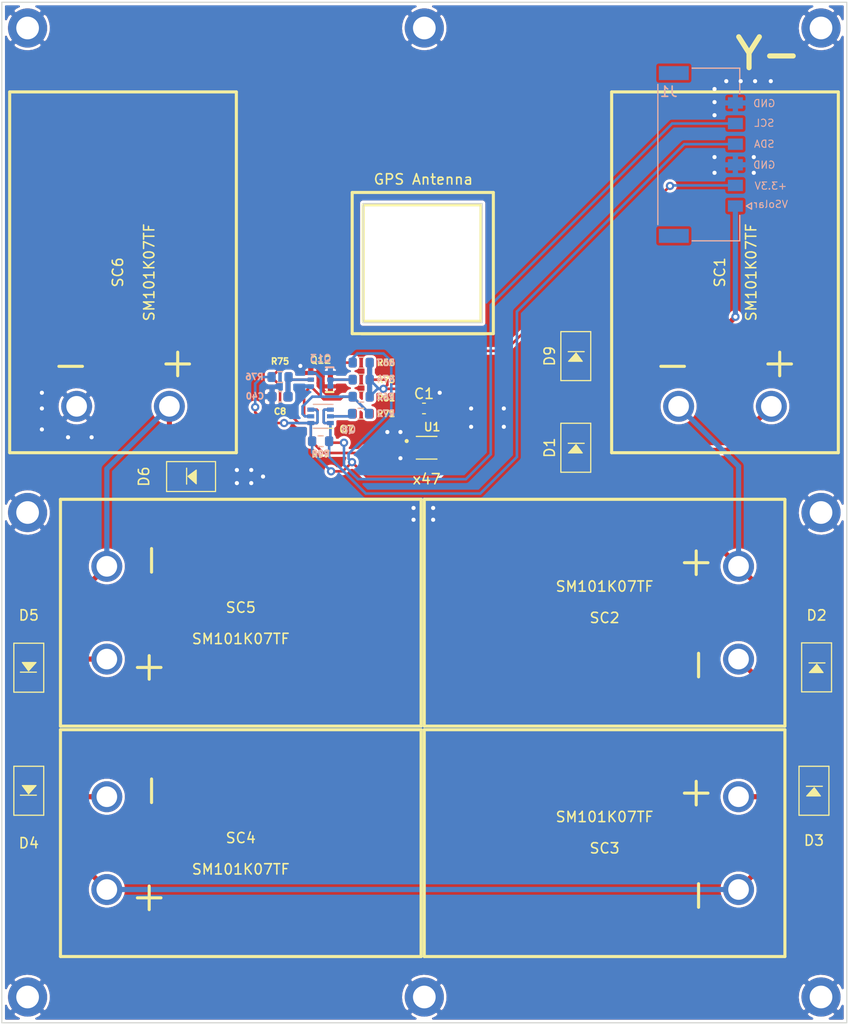
<source format=kicad_pcb>
(kicad_pcb (version 20171130) (host pcbnew "(5.1.10)-1")
  (layers (0 F.Cu signal) (31 B.Cu signal) (34 B.Paste user hide) (35 F.Paste user hide) (36 B.SilkS user) (37 F.SilkS user) (38 B.Mask user hide) (39 F.Mask user hide) (44 Edge.Cuts user))
  (net 0 "")
  (net 1 +3V3)
  (net 2 GND)
  (net 3 "Net-(D1-Pad2)")
  (net 4 "Net-(D1-Pad1)")
  (net 5 "Net-(D2-Pad2)")
  (net 6 "Net-(D3-Pad2)")
  (net 7 "Net-(D4-Pad2)")
  (net 8 "Net-(D5-Pad2)")
  (net 9 VSOLAR)
  (net 10 SDA)
  (net 11 SCL)
  (net 12 "Net-(C8-Pad1)")
  (net 13 "Net-(C40-Pad1)")
  (net 14 "Net-(Q12-Pad6)")
  (net 15 "Net-(Q7-Pad2)")
  (net 16 SCL_SUN)
  (net 17 "Net-(Q13-Pad6)")
  (net 18 "Net-(Q8-Pad2)")
  (net 19 SDA_SUN)
  (net 20 "Net-(Q12-Pad2)")
  (net 21 "Net-(Q13-Pad2)")
  (module sapling:AP.12F_Taoglas (layer F.Cu) (at 147.701 64.897)
    (fp_text reference REF** hide)
    (fp_text value AP.12F_Taoglas)
  )
  (module sapling:OPT3001 (layer F.Cu) (at 147.574 90.932)
    (fp_text reference U1 (at 0.54 -2.008) (layer F.SilkS) (effects (font (size 0.8 0.8))))
    (fp_text value OPT3001DNPT)
    (pad 1 smd rect (at -0.995 -0.65) (size 0.74 0.27) (layers F.Cu F.Paste F.Mask) (net 1 +3V3))
    (pad 2 smd rect (at -0.995 0) (size 0.74 0.27) (layers F.Cu F.Paste F.Mask) (net 16 SCL_SUN))
    (pad 3 smd rect (at -0.995 0.65) (size 0.74 0.27) (layers F.Cu F.Paste F.Mask) (net 2 GND))
    (pad 4 smd rect (at 0.995 0.65) (size 0.74 0.27) (layers F.Cu F.Paste F.Mask) (net 16 SCL_SUN))
    (pad 5 smd rect (at 0.995 0) (size 0.74 0.27) (layers F.Cu F.Paste F.Mask))
    (pad 6 smd rect (at 0.995 -0.65) (size 0.74 0.27) (layers F.Cu F.Paste F.Mask) (net 19 SDA_SUN))
    (pad 7 smd rect (at 0 0) (size 0.65 1.35) (layers F.Cu F.Mask) (net 2 GND))
  )
  (module sapling:SM101K07TF (layer F.Cu) (at 118.11 73.914 270)
    (fp_text reference SC6 (at 0 0.5 90) (layer F.SilkS))
    (fp_text value SM101K07TF (at 0 -2.54 90) (layer F.SilkS))
    (fp_text user - (at 8.89 5.08) (layer F.SilkS) (effects (font (size 3 3) (thickness 0.3))))
    (fp_text user + (at 8.89 -5.08 90) (layer F.SilkS) (effects (font (size 3 3) (thickness 0.3))))
    (pad 2 thru_hole circle (at 13 4.5 270) (size 3 3) (drill 2) (layers *.Cu *.Mask) (net 2 GND))
    (pad 1 thru_hole circle (at 13 -4.5 270) (size 3 3) (drill 2) (layers *.Cu *.Mask) (net 8 "Net-(D5-Pad2)"))
  )
  (module sapling:DO-214AC (layer F.Cu) (at 162.052 82.042 270)
    (fp_text reference D9 (at 0 2.54 90) (layer F.SilkS))
    (fp_text value CDBA240LL-HF)
    (pad 2 smd rect (at 2 0 270) (size 2.5 1.7) (layers F.Cu F.Paste F.Mask) (net 4 "Net-(D1-Pad1)"))
    (pad 1 smd rect (at -2 0 270) (size 2.5 1.7) (layers F.Cu F.Paste F.Mask) (net 9 VSOLAR))
  )
  (module sapling:DO-214AC (layer F.Cu) (at 185.42 112.236 270)
    (fp_text reference D2 (at -5.048 0) (layer F.SilkS))
    (fp_text value CDBA240LL-HF)
    (pad 2 smd rect (at 2 0 270) (size 2.5 1.7) (layers F.Cu F.Paste F.Mask) (net 5 "Net-(D2-Pad2)"))
    (pad 1 smd rect (at -2 0 270) (size 2.5 1.7) (layers F.Cu F.Paste F.Mask) (net 3 "Net-(D1-Pad2)"))
  )
  (module sapling:DO-214AC (layer F.Cu) (at 162.052 90.932 270)
    (fp_text reference D1 (at 0 2.54 90) (layer F.SilkS))
    (fp_text value CDBA240LL-HF)
    (pad 2 smd rect (at 2 0 270) (size 2.5 1.7) (layers F.Cu F.Paste F.Mask) (net 3 "Net-(D1-Pad2)"))
    (pad 1 smd rect (at -2 0 270) (size 2.5 1.7) (layers F.Cu F.Paste F.Mask) (net 4 "Net-(D1-Pad1)"))
  )
  (module sapling:SM101K07TF (layer F.Cu) (at 164.846 106.934)
    (fp_text reference SC2 (at 0 0.5) (layer F.SilkS))
    (fp_text value SM101K07TF (at 0 -2.54) (layer F.SilkS))
    (fp_text user - (at 8.89 5.08 -270) (layer F.SilkS) (effects (font (size 3 3) (thickness 0.3))))
    (fp_text user + (at 8.89 -5.08) (layer F.SilkS) (effects (font (size 3 3) (thickness 0.3))))
    (pad 2 thru_hole circle (at 13 4.5) (size 3 3) (drill 2) (layers *.Cu *.Mask) (net 5 "Net-(D2-Pad2)"))
    (pad 1 thru_hole circle (at 13 -4.5) (size 3 3) (drill 2) (layers *.Cu *.Mask) (net 3 "Net-(D1-Pad2)"))
  )
  (module sapling:DO-214AC (layer F.Cu) (at 185.166 124.206 270)
    (fp_text reference D3 (at 4.826 0 180) (layer F.SilkS))
    (fp_text value CDBA240LL-HF)
    (pad 2 smd rect (at 2 0 270) (size 2.5 1.7) (layers F.Cu F.Paste F.Mask) (net 6 "Net-(D3-Pad2)"))
    (pad 1 smd rect (at -2 0 270) (size 2.5 1.7) (layers F.Cu F.Paste F.Mask) (net 5 "Net-(D2-Pad2)"))
  )
  (module Capacitor_SMD:C_0603_1608Metric (layer B.Cu) (at 133.35 85.979 180)
    (fp_text reference C40 (at 2.4384 0.0508) (layer B.SilkS) (effects (font (size 0.6 0.6)) (justify mirror)))
    (fp_text value 10nF)
    (pad 1 smd roundrect (at -0.775 0 180) (size 0.9 0.95) (layers B.Cu B.Paste B.Mask) (net 13 "Net-(C40-Pad1)"))
    (pad 2 smd roundrect (at 0.775 0 180) (size 0.9 0.95) (layers B.Cu B.Paste B.Mask) (net 2 GND))
  )
  (module Capacitor_SMD:C_0603_1608Metric (layer F.Cu) (at 133.35 85.979 180)
    (fp_text reference C8 (at 0 -1.43) (layer F.SilkS) (effects (font (size 0.6 0.6))))
    (fp_text value 10nF)
    (pad 1 smd roundrect (at -0.775 0 180) (size 0.9 0.95) (layers F.Cu F.Paste F.Mask) (net 12 "Net-(C8-Pad1)"))
    (pad 2 smd roundrect (at 0.775 0 180) (size 0.9 0.95) (layers F.Cu F.Paste F.Mask) (net 2 GND))
  )
  (module Package_TO_SOT_SMD:SOT-363_SC-70-6 (layer B.Cu) (at 137.287 87.884 180)
    (fp_text reference Q8 (at -2.7178 -1.2954) (layer B.SilkS) (effects (font (size 0.7 0.7)) (justify mirror)))
    (fp_text value MBT2222ADW1T1)
    (pad 1 smd rect (at -0.95 0.65 180) (size 0.65 0.4) (layers B.Cu B.Paste B.Mask) (net 10 SDA))
    (pad 3 smd rect (at -0.95 -0.65 180) (size 0.65 0.4) (layers B.Cu B.Paste B.Mask) (net 10 SDA))
    (pad 5 smd rect (at 0.95 0 180) (size 0.65 0.4) (layers B.Cu B.Paste B.Mask) (net 17 "Net-(Q13-Pad6)"))
    (pad 2 smd rect (at -0.95 0 180) (size 0.65 0.4) (layers B.Cu B.Paste B.Mask) (net 18 "Net-(Q8-Pad2)"))
    (pad 4 smd rect (at 0.95 -0.65 180) (size 0.65 0.4) (layers B.Cu B.Paste B.Mask) (net 19 SDA_SUN))
    (pad 6 smd rect (at 0.95 0.65 180) (size 0.65 0.4) (layers B.Cu B.Paste B.Mask) (net 19 SDA_SUN))
  )
  (module Package_TO_SOT_SMD:SOT-363_SC-70-6 (layer F.Cu) (at 137.287 87.884 180)
    (fp_text reference Q7 (at -2.54 -1.27) (layer F.SilkS) (effects (font (size 0.7 0.7))))
    (fp_text value MBT2222ADW1T1)
    (pad 1 smd rect (at -0.95 -0.65 180) (size 0.65 0.4) (layers F.Cu F.Paste F.Mask) (net 11 SCL))
    (pad 3 smd rect (at -0.95 0.65 180) (size 0.65 0.4) (layers F.Cu F.Paste F.Mask) (net 11 SCL))
    (pad 5 smd rect (at 0.95 0 180) (size 0.65 0.4) (layers F.Cu F.Paste F.Mask) (net 14 "Net-(Q12-Pad6)"))
    (pad 2 smd rect (at -0.95 0 180) (size 0.65 0.4) (layers F.Cu F.Paste F.Mask) (net 15 "Net-(Q7-Pad2)"))
    (pad 4 smd rect (at 0.95 0.65 180) (size 0.65 0.4) (layers F.Cu F.Paste F.Mask) (net 16 SCL_SUN))
    (pad 6 smd rect (at 0.95 -0.65 180) (size 0.65 0.4) (layers F.Cu F.Paste F.Mask) (net 16 SCL_SUN))
  )
  (module Resistor_SMD:R_0603_1608Metric (layer B.Cu) (at 141.224 84.328 180)
    (fp_text reference R74 (at -2.3876 0.0762) (layer B.SilkS) (effects (font (size 0.6 0.6)) (justify mirror)))
    (fp_text value 100K)
    (pad 1 smd roundrect (at -0.825 0 180) (size 0.8 0.95) (layers B.Cu B.Paste B.Mask) (net 1 +3V3))
    (pad 2 smd roundrect (at 0.825 0 180) (size 0.8 0.95) (layers B.Cu B.Paste B.Mask) (net 21 "Net-(Q13-Pad2)"))
  )
  (module Resistor_SMD:R_0603_1608Metric (layer F.Cu) (at 133.35 84.074)
    (fp_text reference R75 (at 0 -1.524) (layer F.SilkS) (effects (font (size 0.6 0.6))))
    (fp_text value 200K)
    (pad 1 smd roundrect (at -0.825 0) (size 0.8 0.95) (layers F.Cu F.Paste F.Mask) (net 16 SCL_SUN))
    (pad 2 smd roundrect (at 0.825 0) (size 0.8 0.95) (layers F.Cu F.Paste F.Mask) (net 12 "Net-(C8-Pad1)"))
  )
  (module sapling:BSS138DWQ-7 (layer F.Cu) (at 137.287 84.328 180)
    (fp_text reference Q12 (at 0 1.905) (layer F.SilkS) (effects (font (size 0.7 0.7) (thickness 0.127))))
    (fp_text value BSS138DWQ-7 hide)
    (pad 1 smd rect (at -0.95 -0.65 270) (size 0.4 0.6) (layers F.Cu F.Paste F.Mask) (net 2 GND))
    (pad 2 smd rect (at -0.95 0 270) (size 0.4 0.6) (layers F.Cu F.Paste F.Mask) (net 20 "Net-(Q12-Pad2)"))
    (pad 3 smd rect (at -0.95 0.65 270) (size 0.4 0.6) (layers F.Cu F.Paste F.Mask) (net 20 "Net-(Q12-Pad2)"))
    (pad 4 smd rect (at 0.95 0.65 270) (size 0.4 0.6) (layers F.Cu F.Paste F.Mask) (net 2 GND))
    (pad 5 smd rect (at 0.95 0 270) (size 0.4 0.6) (layers F.Cu F.Paste F.Mask) (net 12 "Net-(C8-Pad1)"))
    (pad 6 smd rect (at 0.95 -0.65 270) (size 0.4 0.6) (layers F.Cu F.Paste F.Mask) (net 14 "Net-(Q12-Pad6)"))
  )
  (module Resistor_SMD:R_0603_1608Metric (layer B.Cu) (at 141.224 82.677 180)
    (fp_text reference R67 (at -2.3876 0) (layer B.SilkS) (effects (font (size 0.6 0.6)) (justify mirror)))
    (fp_text value 10K)
    (pad 1 smd roundrect (at -0.825 0 180) (size 0.8 0.95) (layers B.Cu B.Paste B.Mask) (net 1 +3V3))
    (pad 2 smd roundrect (at 0.825 0 180) (size 0.8 0.95) (layers B.Cu B.Paste B.Mask) (net 19 SDA_SUN))
  )
  (module Resistor_SMD:R_0603_1608Metric (layer F.Cu) (at 137.287 90.297)
    (fp_text reference R97 (at 0 1.27) (layer F.SilkS) (effects (font (size 0.6 0.6))))
    (fp_text value 0)
    (pad 1 smd roundrect (at -0.825 0) (size 0.8 0.95) (layers F.Cu F.Paste F.Mask) (net 16 SCL_SUN))
    (pad 2 smd roundrect (at 0.825 0) (size 0.8 0.95) (layers F.Cu F.Paste F.Mask) (net 11 SCL))
  )
  (module Resistor_SMD:R_0603_1608Metric (layer B.Cu) (at 137.287 90.297)
    (fp_text reference R98 (at 0.0254 1.2192) (layer B.SilkS) (effects (font (size 0.6 0.6)) (justify mirror)))
    (fp_text value 0)
    (pad 1 smd roundrect (at -0.825 0) (size 0.8 0.95) (layers B.Cu B.Paste B.Mask) (net 19 SDA_SUN))
    (pad 2 smd roundrect (at 0.825 0) (size 0.8 0.95) (layers B.Cu B.Paste B.Mask) (net 10 SDA))
  )
  (module Resistor_SMD:R_0603_1608Metric (layer F.Cu) (at 141.224 87.63)
    (fp_text reference R71 (at 2.413 0) (layer F.SilkS) (effects (font (size 0.6 0.6))))
    (fp_text value 680)
    (pad 1 smd roundrect (at -0.825 0) (size 0.8 0.95) (layers F.Cu F.Paste F.Mask) (net 15 "Net-(Q7-Pad2)"))
    (pad 2 smd roundrect (at 0.825 0) (size 0.8 0.95) (layers F.Cu F.Paste F.Mask) (net 14 "Net-(Q12-Pad6)"))
  )
  (module Resistor_SMD:R_0603_1608Metric (layer B.Cu) (at 133.35 84.074)
    (fp_text reference R76 (at -2.4892 -0.0254) (layer B.SilkS) (effects (font (size 0.6 0.6)) (justify mirror)))
    (fp_text value 200K)
    (pad 1 smd roundrect (at -0.825 0) (size 0.8 0.95) (layers B.Cu B.Paste B.Mask) (net 19 SDA_SUN))
    (pad 2 smd roundrect (at 0.825 0) (size 0.8 0.95) (layers B.Cu B.Paste B.Mask) (net 13 "Net-(C40-Pad1)"))
  )
  (module Resistor_SMD:R_0603_1608Metric (layer F.Cu) (at 141.224 82.677 180)
    (fp_text reference R66 (at -2.413 0) (layer F.SilkS) (effects (font (size 0.6 0.6))))
    (fp_text value 10K)
    (pad 1 smd roundrect (at -0.825 0 180) (size 0.8 0.95) (layers F.Cu F.Paste F.Mask) (net 1 +3V3))
    (pad 2 smd roundrect (at 0.825 0 180) (size 0.8 0.95) (layers F.Cu F.Paste F.Mask) (net 16 SCL_SUN))
  )
  (module Resistor_SMD:R_0603_1608Metric (layer F.Cu) (at 141.224 85.979 180)
    (fp_text reference R61 (at -2.413 -0.127) (layer F.SilkS) (effects (font (size 0.6 0.6))))
    (fp_text value 10K)
    (pad 1 smd roundrect (at -0.825 0 180) (size 0.8 0.95) (layers F.Cu F.Paste F.Mask) (net 1 +3V3))
    (pad 2 smd roundrect (at 0.825 0 180) (size 0.8 0.95) (layers F.Cu F.Paste F.Mask) (net 14 "Net-(Q12-Pad6)"))
  )
  (module sapling:BSS138DWQ-7 (layer B.Cu) (at 137.287 84.328 180)
    (fp_text reference Q13 (at 0 2.06) (layer B.SilkS) (effects (font (size 0.7 0.7) (thickness 0.127)) (justify mirror)))
    (fp_text value BSS138DWQ-7 hide)
    (pad 1 smd rect (at -0.95 0.65 90) (size 0.4 0.6) (layers B.Cu B.Paste B.Mask) (net 2 GND))
    (pad 2 smd rect (at -0.95 0 90) (size 0.4 0.6) (layers B.Cu B.Paste B.Mask) (net 21 "Net-(Q13-Pad2)"))
    (pad 3 smd rect (at -0.95 -0.65 90) (size 0.4 0.6) (layers B.Cu B.Paste B.Mask) (net 21 "Net-(Q13-Pad2)"))
    (pad 4 smd rect (at 0.95 -0.65 90) (size 0.4 0.6) (layers B.Cu B.Paste B.Mask) (net 2 GND))
    (pad 5 smd rect (at 0.95 0 90) (size 0.4 0.6) (layers B.Cu B.Paste B.Mask) (net 13 "Net-(C40-Pad1)"))
    (pad 6 smd rect (at 0.95 0.65 90) (size 0.4 0.6) (layers B.Cu B.Paste B.Mask) (net 17 "Net-(Q13-Pad6)"))
  )
  (module Resistor_SMD:R_0603_1608Metric (layer B.Cu) (at 141.161 87.63)
    (fp_text reference R72 (at 2.4506 -0.0254) (layer B.SilkS) (effects (font (size 0.6 0.6)) (justify mirror)))
    (fp_text value 680)
    (pad 1 smd roundrect (at -0.825 0) (size 0.8 0.95) (layers B.Cu B.Paste B.Mask) (net 18 "Net-(Q8-Pad2)"))
    (pad 2 smd roundrect (at 0.825 0) (size 0.8 0.95) (layers B.Cu B.Paste B.Mask) (net 17 "Net-(Q13-Pad6)"))
  )
  (module Resistor_SMD:R_0603_1608Metric (layer F.Cu) (at 141.224 84.328 180)
    (fp_text reference R73 (at -2.413 0) (layer F.SilkS) (effects (font (size 0.6 0.6))))
    (fp_text value 100K)
    (pad 1 smd roundrect (at -0.825 0 180) (size 0.8 0.95) (layers F.Cu F.Paste F.Mask) (net 1 +3V3))
    (pad 2 smd roundrect (at 0.825 0 180) (size 0.8 0.95) (layers F.Cu F.Paste F.Mask) (net 20 "Net-(Q12-Pad2)"))
  )
  (module Resistor_SMD:R_0603_1608Metric (layer B.Cu) (at 141.224 85.979 180)
    (fp_text reference R62 (at -2.3876 0) (layer B.SilkS) (effects (font (size 0.6 0.6)) (justify mirror)))
    (fp_text value 10K)
    (pad 1 smd roundrect (at -0.825 0 180) (size 0.8 0.95) (layers B.Cu B.Paste B.Mask) (net 1 +3V3))
    (pad 2 smd roundrect (at 0.825 0 180) (size 0.8 0.95) (layers B.Cu B.Paste B.Mask) (net 17 "Net-(Q13-Pad6)"))
  )
  (module MountingHole:MountingHole_2.2mm_M2_DIN965_Pad_TopBottom (layer F.Cu) (at 185.85 50.214)
    (fp_text reference H3)
    (fp_text value MountingHole_Pad)
    (pad 1 thru_hole circle (at 0 0) (size 2.6 2.6) (drill 2.2) (layers *.Cu *.Mask) (net 2 GND))
    (pad 1 connect circle (at 0 0) (size 3.8 3.8) (layers F.Cu F.Mask) (net 2 GND))
    (pad 1 connect circle (at 0 0) (size 3.8 3.8) (layers B.Cu B.Mask) (net 2 GND))
  )
  (module MountingHole:MountingHole_2.2mm_M2_DIN965_Pad_TopBottom (layer F.Cu) (at 185.85 97.214)
    (fp_text reference H4)
    (fp_text value MountingHole_Pad)
    (pad 1 thru_hole circle (at 0 0) (size 2.6 2.6) (drill 2.2) (layers *.Cu *.Mask) (net 2 GND))
    (pad 1 connect circle (at 0 0) (size 3.8 3.8) (layers F.Cu F.Mask) (net 2 GND))
    (pad 1 connect circle (at 0 0) (size 3.8 3.8) (layers B.Cu B.Mask) (net 2 GND))
  )
  (module sapling:SM101K07TF (layer F.Cu) (at 129.54 106.934 180)
    (fp_text reference SC5 (at 0 0.5) (layer F.SilkS))
    (fp_text value SM101K07TF (at 0 -2.54) (layer F.SilkS))
    (fp_text user + (at 8.89 -5.08) (layer F.SilkS) (effects (font (size 3 3) (thickness 0.3))))
    (fp_text user - (at 8.89 5.08 90) (layer F.SilkS) (effects (font (size 3 3) (thickness 0.3))))
    (pad 1 thru_hole circle (at 13 -4.5 180) (size 3 3) (drill 2) (layers *.Cu *.Mask) (net 7 "Net-(D4-Pad2)"))
    (pad 2 thru_hole circle (at 13 4.5 180) (size 3 3) (drill 2) (layers *.Cu *.Mask) (net 8 "Net-(D5-Pad2)"))
  )
  (module MountingHole:MountingHole_2.2mm_M2_DIN965_Pad_TopBottom (layer F.Cu) (at 147.35 144.214)
    (fp_text reference H6)
    (fp_text value MountingHole_Pad)
    (pad 1 thru_hole circle (at 0 0) (size 2.6 2.6) (drill 2.2) (layers *.Cu *.Mask) (net 2 GND))
    (pad 1 connect circle (at 0 0) (size 3.8 3.8) (layers F.Cu F.Mask) (net 2 GND))
    (pad 1 connect circle (at 0 0) (size 3.8 3.8) (layers B.Cu B.Mask) (net 2 GND))
  )
  (module sapling:SM101K07TF (layer F.Cu) (at 129.54 129.286 180)
    (fp_text reference SC4 (at 0 0.5) (layer F.SilkS))
    (fp_text value SM101K07TF (at 0 -2.54) (layer F.SilkS))
    (fp_text user + (at 8.89 -5.08) (layer F.SilkS) (effects (font (size 3 3) (thickness 0.3))))
    (fp_text user - (at 8.89 5.08 90) (layer F.SilkS) (effects (font (size 3 3) (thickness 0.3))))
    (pad 1 thru_hole circle (at 13 -4.5 180) (size 3 3) (drill 2) (layers *.Cu *.Mask) (net 6 "Net-(D3-Pad2)"))
    (pad 2 thru_hole circle (at 13 4.5 180) (size 3 3) (drill 2) (layers *.Cu *.Mask) (net 7 "Net-(D4-Pad2)"))
  )
  (module MountingHole:MountingHole_2.2mm_M2_DIN965_Pad_TopBottom (layer F.Cu) (at 185.85 144.214)
    (fp_text reference H5)
    (fp_text value MountingHole_Pad)
    (pad 1 thru_hole circle (at 0 0) (size 2.6 2.6) (drill 2.2) (layers *.Cu *.Mask) (net 2 GND))
    (pad 1 connect circle (at 0 0) (size 3.8 3.8) (layers F.Cu F.Mask) (net 2 GND))
    (pad 1 connect circle (at 0 0) (size 3.8 3.8) (layers B.Cu B.Mask) (net 2 GND))
  )
  (module MountingHole:MountingHole_2.2mm_M2_DIN965_Pad_TopBottom (layer F.Cu) (at 108.85 144.214)
    (fp_text reference H7)
    (fp_text value MountingHole_Pad)
    (pad 1 thru_hole circle (at 0 0) (size 2.6 2.6) (drill 2.2) (layers *.Cu *.Mask) (net 2 GND))
    (pad 1 connect circle (at 0 0) (size 3.8 3.8) (layers F.Cu F.Mask) (net 2 GND))
    (pad 1 connect circle (at 0 0) (size 3.8 3.8) (layers B.Cu B.Mask) (net 2 GND))
  )
  (module MountingHole:MountingHole_2.2mm_M2_DIN965_Pad_TopBottom (layer F.Cu) (at 108.85 97.214)
    (fp_text reference H8)
    (fp_text value MountingHole_Pad)
    (pad 1 thru_hole circle (at 0 0) (size 2.6 2.6) (drill 2.2) (layers *.Cu *.Mask) (net 2 GND))
    (pad 1 connect circle (at 0 0) (size 3.8 3.8) (layers F.Cu F.Mask) (net 2 GND))
    (pad 1 connect circle (at 0 0) (size 3.8 3.8) (layers B.Cu B.Mask) (net 2 GND))
  )
  (module sapling:SM101K07TF (layer F.Cu) (at 176.53 73.914 270)
    (fp_text reference SC1 (at 0 0.5 90) (layer F.SilkS))
    (fp_text value SM101K07TF (at 0 -2.54 90) (layer F.SilkS))
    (fp_text user + (at 8.89 -5.08 90) (layer F.SilkS) (effects (font (size 3 3) (thickness 0.3))))
    (fp_text user - (at 8.89 5.08) (layer F.SilkS) (effects (font (size 3 3) (thickness 0.3))))
    (pad 1 thru_hole circle (at 13 -4.5 270) (size 3 3) (drill 2) (layers *.Cu *.Mask) (net 4 "Net-(D1-Pad1)"))
    (pad 2 thru_hole circle (at 13 4.5 270) (size 3 3) (drill 2) (layers *.Cu *.Mask) (net 3 "Net-(D1-Pad2)"))
  )
  (module sapling:DO-214AC (layer F.Cu) (at 124.714 93.726)
    (fp_text reference D6 (at -4.572 0 90) (layer F.SilkS))
    (fp_text value CDBA240LL-HF)
    (pad 1 smd rect (at -2 0) (size 2.5 1.7) (layers F.Cu F.Paste F.Mask) (net 8 "Net-(D5-Pad2)"))
    (pad 2 smd rect (at 2 0) (size 2.5 1.7) (layers F.Cu F.Paste F.Mask) (net 2 GND))
  )
  (module sapling:MOLEX_2053380006 (layer B.Cu) (at 173.99 62.484 270)
    (fp_text reference J1 (at -6.096 2.921 180) (layer B.SilkS) (effects (justify mirror)))
    (fp_text value Conn_01x06)
    (pad 1 smd rect (at 5 -3.55 270) (size 1.1 1.45) (layers B.Cu B.Paste) (net 9 VSOLAR))
    (pad S2 smd rect (at -7.895 2.425 270) (size 1.35 2.9) (layers B.Cu B.Paste))
    (pad S1 smd rect (at 7.895 2.425 270) (size 1.35 2.9) (layers B.Cu B.Paste))
    (pad 2 smd rect (at 3 -3.55 270) (size 1.1 1.45) (layers B.Cu B.Paste) (net 1 +3V3))
    (pad 3 smd rect (at 1 -3.55 270) (size 1.1 1.45) (layers B.Cu B.Paste) (net 2 GND))
    (pad 4 smd rect (at -1 -3.55 270) (size 1.1 1.45) (layers B.Cu B.Paste) (net 10 SDA))
    (pad 5 smd rect (at -3 -3.55 270) (size 1.1 1.45) (layers B.Cu B.Paste) (net 11 SCL))
    (pad 6 smd rect (at -5 -3.55 270) (size 1.1 1.45) (layers B.Cu B.Paste) (net 2 GND))
  )
  (module MountingHole:MountingHole_2.2mm_M2_DIN965_Pad_TopBottom (layer F.Cu) (at 147.35 50.214)
    (fp_text reference H2)
    (fp_text value MountingHole_Pad)
    (pad 1 thru_hole circle (at 0 0) (size 2.6 2.6) (drill 2.2) (layers *.Cu *.Mask) (net 2 GND))
    (pad 1 connect circle (at 0 0) (size 3.8 3.8) (layers F.Cu F.Mask) (net 2 GND))
    (pad 1 connect circle (at 0 0) (size 3.8 3.8) (layers B.Cu B.Mask) (net 2 GND))
  )
  (module Capacitor_SMD:C_0603_1608Metric (layer F.Cu) (at 147.32 87.122)
    (fp_text reference C1 (at 0 -1.43) (layer F.SilkS))
    (fp_text value 100nF)
    (pad 1 smd roundrect (at -0.775 0) (size 0.9 0.95) (layers F.Cu F.Paste F.Mask) (net 1 +3V3))
    (pad 2 smd roundrect (at 0.775 0) (size 0.9 0.95) (layers F.Cu F.Paste F.Mask) (net 2 GND))
  )
  (module MountingHole:MountingHole_2.2mm_M2_DIN965_Pad_TopBottom (layer F.Cu) (at 108.85 50.214)
    (fp_text reference H1)
    (fp_text value MountingHole_Pad)
    (pad 1 thru_hole circle (at 0 0) (size 2.6 2.6) (drill 2.2) (layers *.Cu *.Mask) (net 2 GND))
    (pad 1 connect circle (at 0 0) (size 3.8 3.8) (layers F.Cu F.Mask) (net 2 GND))
    (pad 1 connect circle (at 0 0) (size 3.8 3.8) (layers B.Cu B.Mask) (net 2 GND))
  )
  (module sapling:DO-214AC (layer F.Cu) (at 108.966 124.206 90)
    (fp_text reference D4 (at -5.08 0 180) (layer F.SilkS))
    (fp_text value CDBA240LL-HF)
    (pad 2 smd rect (at 2 0 90) (size 2.5 1.7) (layers F.Cu F.Paste F.Mask) (net 7 "Net-(D4-Pad2)"))
    (pad 1 smd rect (at -2 0 90) (size 2.5 1.7) (layers F.Cu F.Paste F.Mask) (net 6 "Net-(D3-Pad2)"))
  )
  (module sapling:DO-214AC (layer F.Cu) (at 108.966 112.268 90)
    (fp_text reference D5 (at 5.08 0 180) (layer F.SilkS))
    (fp_text value CDBA240LL-HF)
    (pad 2 smd rect (at 2 0 90) (size 2.5 1.7) (layers F.Cu F.Paste F.Mask) (net 8 "Net-(D5-Pad2)"))
    (pad 1 smd rect (at -2 0 90) (size 2.5 1.7) (layers F.Cu F.Paste F.Mask) (net 7 "Net-(D4-Pad2)"))
  )
  (module sapling:SM101K07TF (layer F.Cu) (at 164.846 129.286)
    (fp_text reference SC3 (at 0 0.5) (layer F.SilkS))
    (fp_text value SM101K07TF (at 0 -2.54) (layer F.SilkS))
    (fp_text user - (at 8.89 5.08 90) (layer F.SilkS) (effects (font (size 3 3) (thickness 0.3))))
    (fp_text user + (at 8.89 -5.08) (layer F.SilkS) (effects (font (size 3 3) (thickness 0.3))))
    (pad 2 thru_hole circle (at 13 4.5) (size 3 3) (drill 2) (layers *.Cu *.Mask) (net 6 "Net-(D3-Pad2)"))
    (pad 1 thru_hole circle (at 13 -4.5) (size 3 3) (drill 2) (layers *.Cu *.Mask) (net 5 "Net-(D2-Pad2)"))
  )
  (gr_line (start 141.4145 67.2465) (end 152.9715 67.2465) (layer Edge.Cuts) (width 0.1))
  (gr_line (start 152.9715 67.2465) (end 152.9715 78.8035) (layer Edge.Cuts) (width 0.1))
  (gr_line (start 152.9715 78.8035) (end 141.4145 78.8035) (layer Edge.Cuts) (width 0.1))
  (gr_line (start 141.4145 78.8035) (end 141.4145 67.2465) (layer Edge.Cuts) (width 0.1))
  (gr_text "GPS Antenna" (at 147.2565 64.897) (layer F.SilkS) (effects (font (size 1 1))))
  (gr_text VSolar (at 180.975 67.31) (layer B.SilkS) (effects (font (size 0.7 0.7) (thickness 0.1)) (justify mirror)))
  (gr_text GND (at 180.34 57.531) (layer B.SilkS) (effects (font (size 0.7 0.7) (thickness 0.1)) (justify mirror)))
  (gr_text Y- (at 180.721 52.705) (layer F.SilkS) (effects (font (size 3 3) (thickness 0.5))))
  (gr_text x47 (at 147.574 93.98) (layer F.SilkS) (effects (font (size 1 1))))
  (gr_text +3.3V (at 180.975 65.532) (layer B.SilkS) (effects (font (size 0.7 0.7) (thickness 0.1)) (justify mirror)))
  (gr_text SCL (at 180.34 59.436) (layer B.SilkS) (effects (font (size 0.7 0.7) (thickness 0.1)) (justify mirror)))
  (gr_text SDA (at 180.34 61.468) (layer B.SilkS) (effects (font (size 0.7 0.7) (thickness 0.1)) (justify mirror)))
  (gr_text GND (at 180.34 63.5) (layer B.SilkS) (effects (font (size 0.7 0.7) (thickness 0.1)) (justify mirror)))
  (gr_line (start 188.35 47.714) (end 188.35 146.714) (layer Edge.Cuts) (width 0.1))
  (gr_line (start 106.35 146.714) (end 106.35 47.714) (layer Edge.Cuts) (width 0.1))
  (gr_line (start 106.35 47.714) (end 188.35 47.714) (layer Edge.Cuts) (width 0.1))
  (gr_line (start 188.35 146.714) (end 106.35 146.714) (layer Edge.Cuts) (width 0.1))
  (gr_line (start 153.236 79.874) (end 141.236 79.874) (layer F.SilkS) (width 0.3))
  (segment (start 142.049 82.677) (end 142.049 84.328) (width 0.5) (layer F.Cu) (net 1))
  (segment (start 142.049 84.328) (end 142.049 85.979) (width 0.5) (layer F.Cu) (net 1))
  (segment (start 142.049 85.979) (end 142.049 84.328) (width 0.5) (layer B.Cu) (net 1))
  (segment (start 142.049 84.328) (end 142.049 82.677) (width 0.5) (layer B.Cu) (net 1))
  (segment (start 142.811 85.217) (end 142.049 85.979) (width 0.25) (layer B.Cu) (net 1))
  (segment (start 142.938 85.217) (end 142.049 84.328) (width 0.25) (layer B.Cu) (net 1))
  (segment (start 143.764 84.328) (end 143.764 84.836) (width 0.25) (layer F.Cu) (net 1))
  (segment (start 143.764 84.328) (end 142.049 84.328) (width 0.25) (layer F.Cu) (net 1))
  (segment (start 143.51 85.09) (end 143.383 85.217) (width 0.25) (layer F.Cu) (net 1))
  (segment (start 143.383 85.217) (end 143.383 85.217) (width 0.25) (layer F.Cu) (net 1))
  (segment (start 143.383 85.217) (end 142.811 85.217) (width 0.25) (layer B.Cu) (net 1))
  (segment (start 143.383 85.217) (end 142.938 85.217) (width 0.25) (layer B.Cu) (net 1))
  (segment (start 143.764 84.836) (end 143.51 85.09) (width 0.25) (layer F.Cu) (net 1))
  (via (at 143.383 85.217) (size 0.8) (drill 0.4) (layers F.Cu B.Cu) (net 1))
  (segment (start 146.545 87.122) (end 146.545 90.248) (width 0.25) (layer F.Cu) (net 1))
  (segment (start 146.545 87.122) (end 146.545 86.119) (width 0.25) (layer F.Cu) (net 1))
  (segment (start 155.194 81.534) (end 171.196 65.532) (width 0.25) (layer F.Cu) (net 1))
  (segment (start 171.196 65.532) (end 171.196 65.532) (width 0.25) (layer F.Cu) (net 1))
  (segment (start 177.54 65.484) (end 171.244 65.484) (width 0.25) (layer B.Cu) (net 1))
  (segment (start 146.545 90.248) (end 146.579 90.282) (width 0.25) (layer F.Cu) (net 1))
  (segment (start 171.244 65.484) (end 171.196 65.532) (width 0.25) (layer B.Cu) (net 1))
  (segment (start 146.545 86.119) (end 151.13 81.534) (width 0.25) (layer F.Cu) (net 1))
  (segment (start 151.13 81.534) (end 155.194 81.534) (width 0.25) (layer F.Cu) (net 1))
  (via (at 171.196 65.532) (size 0.8) (drill 0.4) (layers F.Cu B.Cu) (net 1))
  (segment (start 145.643 85.217) (end 146.545 86.119) (width 0.25) (layer F.Cu) (net 1))
  (segment (start 143.383 85.217) (end 145.643 85.217) (width 0.25) (layer F.Cu) (net 1))
  (via (at 175.514 56.134) (size 0.8) (drill 0.4) (layers F.Cu B.Cu) (net 2))
  (via (at 178.054 55.372) (size 0.8) (drill 0.4) (layers F.Cu B.Cu) (net 2))
  (via (at 179.451 55.372) (size 0.8) (drill 0.4) (layers F.Cu B.Cu) (net 2))
  (via (at 175.514 62.738) (size 0.8) (drill 0.4) (layers F.Cu B.Cu) (net 2))
  (via (at 112.776 89.916) (size 0.8) (drill 0.4) (layers F.Cu B.Cu) (net 2))
  (via (at 130.556 93.091) (size 0.8) (drill 0.4) (layers F.Cu B.Cu) (net 2))
  (via (at 129.159 94.361) (size 0.8) (drill 0.4) (layers F.Cu B.Cu) (net 2))
  (via (at 129.159 93.091) (size 0.8) (drill 0.4) (layers F.Cu B.Cu) (net 2))
  (via (at 146.304 97.917) (size 0.8) (drill 0.4) (layers F.Cu B.Cu) (net 2))
  (via (at 175.514 57.404) (size 0.8) (drill 0.4) (layers F.Cu B.Cu) (net 2))
  (via (at 110.236 89.154) (size 0.8) (drill 0.4) (layers F.Cu B.Cu) (net 2))
  (via (at 146.304 96.774) (size 0.8) (drill 0.4) (layers F.Cu B.Cu) (net 2))
  (via (at 176.657 55.372) (size 0.8) (drill 0.4) (layers F.Cu B.Cu) (net 2))
  (via (at 179.324 64.262) (size 0.8) (drill 0.4) (layers F.Cu B.Cu) (net 2))
  (via (at 180.975 55.372) (size 0.8) (drill 0.4) (layers F.Cu B.Cu) (net 2))
  (via (at 148.209 97.917) (size 0.8) (drill 0.4) (layers F.Cu B.Cu) (net 2))
  (via (at 179.324 62.738) (size 0.8) (drill 0.4) (layers F.Cu B.Cu) (net 2))
  (via (at 110.236 87.122) (size 0.8) (drill 0.4) (layers F.Cu B.Cu) (net 2))
  (via (at 175.514 64.262) (size 0.8) (drill 0.4) (layers F.Cu B.Cu) (net 2))
  (via (at 148.209 96.774) (size 0.8) (drill 0.4) (layers F.Cu B.Cu) (net 2))
  (via (at 110.236 85.598) (size 0.8) (drill 0.4) (layers F.Cu B.Cu) (net 2))
  (via (at 130.556 94.361) (size 0.8) (drill 0.4) (layers F.Cu B.Cu) (net 2))
  (via (at 131.699 93.726) (size 0.8) (drill 0.4) (layers F.Cu B.Cu) (net 2))
  (via (at 175.514 58.674) (size 0.8) (drill 0.4) (layers F.Cu B.Cu) (net 2))
  (via (at 115.062 89.916) (size 0.8) (drill 0.4) (layers F.Cu B.Cu) (net 2))
  (via (at 148.844 85.598) (size 0.8) (drill 0.4) (layers F.Cu B.Cu) (net 2))
  (via (at 145.034 91.948) (size 0.8) (drill 0.4) (layers F.Cu B.Cu) (net 2))
  (via (at 135.3185 82.9945) (size 0.8) (drill 0.4) (layers F.Cu B.Cu) (net 2))
  (via (at 145.034 89.408) (size 0.8) (drill 0.4) (layers F.Cu B.Cu) (net 2))
  (via (at 143.764 89.408) (size 0.8) (drill 0.4) (layers F.Cu B.Cu) (net 2))
  (via (at 151.892 87.122) (size 0.8) (drill 0.4) (layers F.Cu B.Cu) (net 2))
  (via (at 151.892 88.9) (size 0.8) (drill 0.4) (layers F.Cu B.Cu) (net 2))
  (via (at 155.067 87.122) (size 0.8) (drill 0.4) (layers F.Cu B.Cu) (net 2))
  (via (at 155.067 88.9) (size 0.8) (drill 0.4) (layers F.Cu B.Cu) (net 2))
  (segment (start 185.42 110.008) (end 177.846 102.434) (width 0.5) (layer F.Cu) (net 3))
  (segment (start 185.42 110.236) (end 185.42 110.008) (width 0.5) (layer F.Cu) (net 3))
  (segment (start 177.846 92.73) (end 172.03 86.914) (width 0.5) (layer B.Cu) (net 3))
  (segment (start 162.052 92.932) (end 168.344 92.932) (width 0.5) (layer F.Cu) (net 3))
  (segment (start 168.344 92.932) (end 177.846 102.434) (width 0.5) (layer F.Cu) (net 3))
  (segment (start 177.846 102.434) (end 177.846 92.73) (width 0.5) (layer B.Cu) (net 3))
  (segment (start 168.942 88.932) (end 171.196 91.186) (width 0.5) (layer F.Cu) (net 4))
  (segment (start 171.196 91.186) (end 176.758 91.186) (width 0.5) (layer F.Cu) (net 4))
  (segment (start 176.758 91.186) (end 181.03 86.914) (width 0.5) (layer F.Cu) (net 4))
  (segment (start 162.052 88.932) (end 168.942 88.932) (width 0.5) (layer F.Cu) (net 4))
  (segment (start 162.052 88.932) (end 162.052 84.042) (width 0.5) (layer F.Cu) (net 4))
  (segment (start 185.42 114.236) (end 180.648 114.236) (width 0.5) (layer F.Cu) (net 5))
  (segment (start 185.166 114.49) (end 185.42 114.236) (width 0.5) (layer F.Cu) (net 5))
  (segment (start 182.586 124.786) (end 185.166 122.206) (width 0.5) (layer F.Cu) (net 5))
  (segment (start 177.846 124.786) (end 182.586 124.786) (width 0.5) (layer F.Cu) (net 5))
  (segment (start 180.648 114.236) (end 177.846 111.434) (width 0.5) (layer F.Cu) (net 5))
  (segment (start 185.166 122.206) (end 185.166 114.49) (width 0.5) (layer F.Cu) (net 5))
  (segment (start 116.54 133.786) (end 177.846 133.786) (width 0.5) (layer B.Cu) (net 6))
  (segment (start 108.966 126.212) (end 116.54 133.786) (width 0.5) (layer F.Cu) (net 6))
  (segment (start 185.166 126.466) (end 185.166 126.206) (width 0.5) (layer F.Cu) (net 6))
  (segment (start 177.846 133.786) (end 185.166 126.466) (width 0.5) (layer F.Cu) (net 6))
  (segment (start 108.966 126.206) (end 108.966 126.212) (width 0.5) (layer F.Cu) (net 6))
  (segment (start 111.546 124.786) (end 108.966 122.206) (width 0.5) (layer F.Cu) (net 7))
  (segment (start 116.54 124.786) (end 111.546 124.786) (width 0.5) (layer F.Cu) (net 7))
  (segment (start 111.8 111.434) (end 108.966 114.268) (width 0.5) (layer F.Cu) (net 7))
  (segment (start 116.54 111.434) (end 111.8 111.434) (width 0.5) (layer F.Cu) (net 7))
  (segment (start 108.966 122.206) (end 108.966 114.268) (width 0.5) (layer F.Cu) (net 7))
  (segment (start 108.966 110.008) (end 108.966 110.268) (width 0.5) (layer F.Cu) (net 8))
  (segment (start 116.54 102.434) (end 108.966 110.008) (width 0.5) (layer F.Cu) (net 8))
  (segment (start 116.54 92.984) (end 122.61 86.914) (width 0.5) (layer B.Cu) (net 8))
  (segment (start 116.54 102.434) (end 116.54 92.984) (width 0.5) (layer B.Cu) (net 8))
  (segment (start 122.61 93.622) (end 122.714 93.726) (width 0.5) (layer F.Cu) (net 8))
  (segment (start 122.61 86.914) (end 122.61 93.622) (width 0.5) (layer F.Cu) (net 8))
  (segment (start 162.052 80.042) (end 175.736 80.042) (width 0.5) (layer F.Cu) (net 9))
  (segment (start 177.54 78.226) (end 177.546 78.232) (width 0.5) (layer B.Cu) (net 9))
  (segment (start 177.546 78.232) (end 177.546 78.232) (width 0.5) (layer F.Cu) (net 9))
  (segment (start 177.54 67.484) (end 177.54 78.226) (width 0.5) (layer B.Cu) (net 9))
  (segment (start 175.736 80.042) (end 177.546 78.232) (width 0.5) (layer F.Cu) (net 9))
  (via (at 177.546 78.232) (size 0.8) (drill 0.4) (layers F.Cu B.Cu) (net 9))
  (segment (start 138.237 88.534) (end 137.662 88.534) (width 0.25) (layer B.Cu) (net 10))
  (segment (start 137.586999 87.309001) (end 137.662 87.234) (width 0.25) (layer B.Cu) (net 10))
  (segment (start 137.586999 88.458999) (end 137.586999 87.309001) (width 0.25) (layer B.Cu) (net 10))
  (segment (start 137.662 87.234) (end 138.237 87.234) (width 0.25) (layer B.Cu) (net 10))
  (segment (start 138.237 90.172) (end 138.112 90.297) (width 0.25) (layer B.Cu) (net 10))
  (segment (start 137.662 88.534) (end 137.586999 88.458999) (width 0.25) (layer B.Cu) (net 10))
  (segment (start 138.237 88.534) (end 138.237 90.172) (width 0.25) (layer B.Cu) (net 10))
  (segment (start 141.673588 95.377) (end 138.112 91.815412) (width 0.25) (layer B.Cu) (net 10))
  (segment (start 152.781 95.377) (end 141.673588 95.377) (width 0.25) (layer B.Cu) (net 10))
  (segment (start 156.337 91.821) (end 152.781 95.377) (width 0.25) (layer B.Cu) (net 10))
  (segment (start 156.337 77.724) (end 156.337 91.821) (width 0.25) (layer B.Cu) (net 10))
  (segment (start 138.112 91.815412) (end 138.112 90.297) (width 0.25) (layer B.Cu) (net 10))
  (segment (start 172.577 61.484) (end 156.337 77.724) (width 0.25) (layer B.Cu) (net 10))
  (segment (start 177.54 61.484) (end 172.577 61.484) (width 0.25) (layer B.Cu) (net 10))
  (segment (start 137.662 88.534) (end 137.586999 88.458999) (width 0.25) (layer F.Cu) (net 11))
  (segment (start 138.237 88.534) (end 138.237 90.172) (width 0.25) (layer F.Cu) (net 11))
  (segment (start 137.586999 87.309001) (end 137.662 87.234) (width 0.25) (layer F.Cu) (net 11))
  (segment (start 139.55479 90.44221) (end 139.55479 90.44221) (width 0.25) (layer B.Cu) (net 11))
  (segment (start 138.237 90.172) (end 138.112 90.297) (width 0.25) (layer F.Cu) (net 11))
  (segment (start 137.662 87.234) (end 138.237 87.234) (width 0.25) (layer F.Cu) (net 11))
  (segment (start 137.586999 88.458999) (end 137.586999 87.309001) (width 0.25) (layer F.Cu) (net 11))
  (segment (start 138.25721 90.44221) (end 138.112 90.297) (width 0.25) (layer F.Cu) (net 11))
  (segment (start 138.237 88.534) (end 137.662 88.534) (width 0.25) (layer F.Cu) (net 11))
  (segment (start 139.55479 90.44221) (end 138.25721 90.44221) (width 0.25) (layer F.Cu) (net 11))
  (via (at 139.55479 90.44221) (size 0.8) (drill 0.4) (layers F.Cu B.Cu) (net 11))
  (segment (start 139.55479 92.621792) (end 139.55479 90.44221) (width 0.25) (layer B.Cu) (net 11))
  (segment (start 140.912998 93.98) (end 139.55479 92.621792) (width 0.25) (layer B.Cu) (net 11))
  (segment (start 151.384 93.98) (end 140.912998 93.98) (width 0.25) (layer B.Cu) (net 11))
  (segment (start 153.797 77.089) (end 153.797 91.567) (width 0.25) (layer B.Cu) (net 11))
  (segment (start 171.402 59.484) (end 153.797 77.089) (width 0.25) (layer B.Cu) (net 11))
  (segment (start 153.797 91.567) (end 151.384 93.98) (width 0.25) (layer B.Cu) (net 11))
  (segment (start 177.54 59.484) (end 171.402 59.484) (width 0.25) (layer B.Cu) (net 11))
  (segment (start 134.125 84.124) (end 134.175 84.074) (width 0.5) (layer F.Cu) (net 12))
  (segment (start 134.429 84.328) (end 134.175 84.074) (width 0.25) (layer F.Cu) (net 12))
  (segment (start 134.125 85.979) (end 134.125 84.124) (width 0.5) (layer F.Cu) (net 12))
  (segment (start 136.337 84.328) (end 134.429 84.328) (width 0.25) (layer F.Cu) (net 12))
  (segment (start 134.429 84.328) (end 134.175 84.074) (width 0.25) (layer B.Cu) (net 13))
  (segment (start 134.125 85.979) (end 134.125 84.124) (width 0.5) (layer B.Cu) (net 13))
  (segment (start 134.125 84.124) (end 134.175 84.074) (width 0.5) (layer B.Cu) (net 13))
  (segment (start 136.337 84.328) (end 134.429 84.328) (width 0.25) (layer B.Cu) (net 13))
  (segment (start 135.686999 85.628001) (end 136.337 84.978) (width 0.25) (layer F.Cu) (net 14))
  (segment (start 135.762 87.884) (end 135.686999 87.808999) (width 0.25) (layer F.Cu) (net 14))
  (segment (start 136.337 87.884) (end 135.762 87.884) (width 0.25) (layer F.Cu) (net 14))
  (segment (start 142.049 87.63) (end 142.049 87.629) (width 0.25) (layer F.Cu) (net 14))
  (segment (start 140.399 85.979) (end 139.446 85.979) (width 0.25) (layer F.Cu) (net 14))
  (segment (start 137.338 85.979) (end 136.337 84.978) (width 0.25) (layer F.Cu) (net 14))
  (segment (start 135.686999 87.808999) (end 135.686999 85.628001) (width 0.25) (layer F.Cu) (net 14))
  (segment (start 142.049 87.629) (end 140.399 85.979) (width 0.25) (layer F.Cu) (net 14))
  (segment (start 139.446 85.979) (end 139.192 86.233) (width 0.25) (layer F.Cu) (net 14))
  (segment (start 137.592 86.233) (end 137.338 85.979) (width 0.25) (layer F.Cu) (net 14))
  (segment (start 139.192 86.233) (end 137.592 86.233) (width 0.25) (layer F.Cu) (net 14))
  (segment (start 140.399 87.63) (end 140.145 87.884) (width 0.25) (layer F.Cu) (net 15))
  (segment (start 140.145 87.884) (end 138.237 87.884) (width 0.25) (layer F.Cu) (net 15))
  (segment (start 136.462 90.361) (end 137.541 91.44) (width 0.25) (layer F.Cu) (net 16))
  (segment (start 136.462 90.297) (end 136.462 90.361) (width 0.25) (layer F.Cu) (net 16))
  (segment (start 136.987001 87.309001) (end 136.987001 88.458999) (width 0.25) (layer F.Cu) (net 16))
  (segment (start 136.912 88.534) (end 136.337 88.534) (width 0.25) (layer F.Cu) (net 16))
  (segment (start 138.938 82.169) (end 134.43 82.169) (width 0.25) (layer F.Cu) (net 16))
  (segment (start 133.35 86.741) (end 133.35 84.899) (width 0.25) (layer F.Cu) (net 16))
  (segment (start 136.337 88.534) (end 136.337 90.172) (width 0.25) (layer F.Cu) (net 16))
  (segment (start 140.399 82.677) (end 139.446 82.677) (width 0.25) (layer F.Cu) (net 16))
  (segment (start 137.541 91.44) (end 141.097 91.44) (width 0.25) (layer F.Cu) (net 16))
  (segment (start 135.143 88.534) (end 133.35 86.741) (width 0.25) (layer F.Cu) (net 16))
  (segment (start 136.987001 88.458999) (end 136.912 88.534) (width 0.25) (layer F.Cu) (net 16))
  (segment (start 136.337 88.534) (end 135.143 88.534) (width 0.25) (layer F.Cu) (net 16))
  (segment (start 133.35 84.899) (end 132.525 84.074) (width 0.25) (layer F.Cu) (net 16))
  (segment (start 139.446 82.677) (end 138.938 82.169) (width 0.25) (layer F.Cu) (net 16))
  (segment (start 133.922 82.677) (end 132.525 84.074) (width 0.25) (layer F.Cu) (net 16))
  (segment (start 134.43 82.169) (end 133.922 82.677) (width 0.25) (layer F.Cu) (net 16))
  (segment (start 136.337 90.172) (end 136.462 90.297) (width 0.25) (layer F.Cu) (net 16))
  (segment (start 136.912 87.234) (end 136.987001 87.309001) (width 0.25) (layer F.Cu) (net 16))
  (segment (start 136.337 87.234) (end 136.912 87.234) (width 0.25) (layer F.Cu) (net 16))
  (segment (start 141.097 91.44) (end 141.605 90.932) (width 0.25) (layer F.Cu) (net 16))
  (segment (start 141.605 90.932) (end 143.637 90.932) (width 0.25) (layer F.Cu) (net 16))
  (segment (start 143.637 90.932) (end 146.579 90.932) (width 0.25) (layer F.Cu) (net 16))
  (segment (start 148.569 92.35) (end 148.569 91.582) (width 0.25) (layer F.Cu) (net 16))
  (segment (start 147.828 93.091) (end 148.569 92.35) (width 0.25) (layer F.Cu) (net 16))
  (segment (start 144.78 93.091) (end 147.828 93.091) (width 0.25) (layer F.Cu) (net 16))
  (segment (start 144.145 91.44) (end 144.145 92.456) (width 0.25) (layer F.Cu) (net 16))
  (segment (start 144.145 92.456) (end 144.78 93.091) (width 0.25) (layer F.Cu) (net 16))
  (segment (start 143.637 90.932) (end 144.145 91.44) (width 0.25) (layer F.Cu) (net 16))
  (segment (start 137.3124 85.979) (end 140.399 85.979) (width 0.25) (layer B.Cu) (net 17))
  (segment (start 135.5344 87.6564) (end 135.5344 86.926598) (width 0.25) (layer B.Cu) (net 17))
  (segment (start 136.772002 83.678) (end 136.337 83.678) (width 0.25) (layer B.Cu) (net 17))
  (segment (start 141.986 87.566) (end 140.399 85.979) (width 0.25) (layer B.Cu) (net 17))
  (segment (start 136.337 87.884) (end 135.762 87.884) (width 0.25) (layer B.Cu) (net 17))
  (segment (start 135.762 87.884) (end 135.5344 87.6564) (width 0.25) (layer B.Cu) (net 17))
  (segment (start 135.5344 86.926598) (end 136.481998 85.979) (width 0.25) (layer B.Cu) (net 17))
  (segment (start 136.481998 85.979) (end 137.3124 85.979) (width 0.25) (layer B.Cu) (net 17))
  (segment (start 137.3124 84.218398) (end 136.772002 83.678) (width 0.25) (layer B.Cu) (net 17))
  (segment (start 141.986 87.63) (end 141.986 87.566) (width 0.25) (layer B.Cu) (net 17))
  (segment (start 137.3124 85.979) (end 137.3124 84.218398) (width 0.25) (layer B.Cu) (net 17))
  (segment (start 140.336 87.63) (end 140.082 87.884) (width 0.25) (layer B.Cu) (net 18))
  (segment (start 140.082 87.884) (end 138.237 87.884) (width 0.25) (layer B.Cu) (net 18))
  (segment (start 136.987001 87.423999) (end 136.797002 87.234) (width 0.25) (layer B.Cu) (net 19))
  (segment (start 130.937 86.995) (end 130.937 84.709) (width 0.25) (layer B.Cu) (net 19))
  (segment (start 130.937 84.709) (end 131.572 84.074) (width 0.25) (layer B.Cu) (net 19))
  (segment (start 140.399 82.232) (end 140.843 81.788) (width 0.25) (layer B.Cu) (net 19))
  (segment (start 136.462 91.377) (end 138.303 93.218) (width 0.25) (layer B.Cu) (net 19))
  (segment (start 136.462 90.297) (end 136.462 91.377) (width 0.25) (layer B.Cu) (net 19))
  (segment (start 131.968 88.534) (end 130.937 87.503) (width 0.25) (layer F.Cu) (net 19))
  (segment (start 136.337 88.534) (end 133.746 88.534) (width 0.25) (layer B.Cu) (net 19))
  (segment (start 144.145 87.376) (end 140.0048 91.5162) (width 0.25) (layer B.Cu) (net 19))
  (segment (start 136.912 88.534) (end 136.987001 88.458999) (width 0.25) (layer B.Cu) (net 19))
  (segment (start 143.383 81.788) (end 144.145 82.55) (width 0.25) (layer B.Cu) (net 19))
  (segment (start 138.303 93.218) (end 139.446 93.218) (width 0.25) (layer F.Cu) (net 19))
  (segment (start 136.337 88.534) (end 136.337 90.172) (width 0.25) (layer B.Cu) (net 19))
  (segment (start 130.937 87.503) (end 130.937 86.995) (width 0.25) (layer F.Cu) (net 19))
  (segment (start 138.303 93.218) (end 138.303 93.218) (width 0.25) (layer B.Cu) (net 19))
  (segment (start 130.937 86.995) (end 130.937 86.995) (width 0.25) (layer F.Cu) (net 19))
  (segment (start 131.572 84.074) (end 132.525 84.074) (width 0.25) (layer B.Cu) (net 19))
  (segment (start 140.0048 91.5162) (end 140.0048 91.9988) (width 0.25) (layer B.Cu) (net 19))
  (segment (start 140.399 82.677) (end 140.399 82.232) (width 0.25) (layer B.Cu) (net 19))
  (segment (start 133.746 88.534) (end 131.968 88.534) (width 0.25) (layer F.Cu) (net 19))
  (segment (start 140.0048 91.9988) (end 140.335 92.329) (width 0.25) (layer B.Cu) (net 19))
  (segment (start 136.337 90.172) (end 136.462 90.297) (width 0.25) (layer B.Cu) (net 19))
  (segment (start 136.797002 87.234) (end 136.337 87.234) (width 0.25) (layer B.Cu) (net 19))
  (segment (start 133.746 88.534) (end 133.746 88.534) (width 0.25) (layer B.Cu) (net 19))
  (segment (start 144.145 82.55) (end 144.145 87.376) (width 0.25) (layer B.Cu) (net 19))
  (segment (start 136.337 88.534) (end 136.912 88.534) (width 0.25) (layer B.Cu) (net 19))
  (segment (start 132.525 84.074) (end 132.5626 84.074) (width 0.25) (layer B.Cu) (net 19))
  (segment (start 140.843 81.788) (end 143.383 81.788) (width 0.25) (layer B.Cu) (net 19))
  (segment (start 140.335 92.329) (end 140.335 92.329) (width 0.25) (layer B.Cu) (net 19))
  (segment (start 139.446 93.218) (end 140.335 92.329) (width 0.25) (layer F.Cu) (net 19))
  (segment (start 136.987001 88.458999) (end 136.987001 87.423999) (width 0.25) (layer B.Cu) (net 19))
  (via (at 133.746 88.534) (size 0.8) (drill 0.4) (layers F.Cu B.Cu) (net 19))
  (via (at 130.937 86.995) (size 0.8) (drill 0.4) (layers F.Cu B.Cu) (net 19))
  (via (at 140.335 92.329) (size 0.8) (drill 0.4) (layers F.Cu B.Cu) (net 19))
  (via (at 138.303 93.218) (size 0.8) (drill 0.4) (layers F.Cu B.Cu) (net 19))
  (segment (start 149.606 90.699) (end 149.189 90.282) (width 0.25) (layer F.Cu) (net 19))
  (segment (start 149.606 92.71) (end 149.606 90.699) (width 0.25) (layer F.Cu) (net 19))
  (segment (start 148.59 93.726) (end 149.606 92.71) (width 0.25) (layer F.Cu) (net 19))
  (segment (start 141.732 93.726) (end 148.59 93.726) (width 0.25) (layer F.Cu) (net 19))
  (segment (start 149.189 90.282) (end 148.569 90.282) (width 0.25) (layer F.Cu) (net 19))
  (segment (start 140.335 92.329) (end 141.732 93.726) (width 0.25) (layer F.Cu) (net 19))
  (segment (start 138.237 84.328) (end 140.399 84.328) (width 0.25) (layer F.Cu) (net 20))
  (segment (start 138.237 84.328) (end 138.237 83.678) (width 0.5) (layer F.Cu) (net 20))
  (segment (start 140.399 84.328) (end 138.237 84.328) (width 0.25) (layer B.Cu) (net 21))
  (segment (start 138.237 84.978) (end 138.237 84.328) (width 0.5) (layer B.Cu) (net 21))
  (zone (net 2) (net_name GND) (layer F.Cu) (connect_pads (clearance 0.254)) (min_thickness 0.2032) (fill yes (arc_segments 32) (thermal_gap 0.254) (thermal_bridge_width 0.508))
    (polygon (pts (xy 188.468 146.812) (xy 106.172 146.812) (xy 106.172 47.498) (xy 188.468 47.498)))
  )
  (zone (net 2) (net_name GND) (layer B.Cu) (connect_pads (clearance 0.254)) (min_thickness 0.2032) (fill yes (arc_segments 32) (thermal_gap 0.254) (thermal_bridge_width 0.508))
    (polygon (pts (xy 188.468 146.812) (xy 106.172 146.812) (xy 106.172 47.498) (xy 188.468 47.498)))
  )
)
</source>
